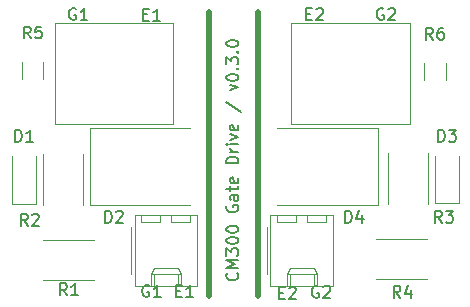
<source format=gbr>
G04 #@! TF.GenerationSoftware,KiCad,Pcbnew,7.0.8*
G04 #@! TF.CreationDate,2024-01-11T23:18:00-05:00*
G04 #@! TF.ProjectId,cm300-board,636d3330-302d-4626-9f61-72642e6b6963,rev?*
G04 #@! TF.SameCoordinates,Original*
G04 #@! TF.FileFunction,Legend,Top*
G04 #@! TF.FilePolarity,Positive*
%FSLAX46Y46*%
G04 Gerber Fmt 4.6, Leading zero omitted, Abs format (unit mm)*
G04 Created by KiCad (PCBNEW 7.0.8) date 2024-01-11 23:18:00*
%MOMM*%
%LPD*%
G01*
G04 APERTURE LIST*
%ADD10C,0.500000*%
%ADD11C,0.150000*%
%ADD12C,0.120000*%
G04 APERTURE END LIST*
D10*
X-988100000Y1058500000D02*
X-988100000Y1034500000D01*
X-983950000Y1058500000D02*
X-983950000Y1034500000D01*
D11*
X-982190475Y1034768990D02*
X-981857142Y1034768990D01*
X-981714285Y1034245180D02*
X-982190475Y1034245180D01*
X-982190475Y1034245180D02*
X-982190475Y1035245180D01*
X-982190475Y1035245180D02*
X-981714285Y1035245180D01*
X-981333332Y1035149942D02*
X-981285713Y1035197561D01*
X-981285713Y1035197561D02*
X-981190475Y1035245180D01*
X-981190475Y1035245180D02*
X-980952380Y1035245180D01*
X-980952380Y1035245180D02*
X-980857142Y1035197561D01*
X-980857142Y1035197561D02*
X-980809523Y1035149942D01*
X-980809523Y1035149942D02*
X-980761904Y1035054704D01*
X-980761904Y1035054704D02*
X-980761904Y1034959466D01*
X-980761904Y1034959466D02*
X-980809523Y1034816609D01*
X-980809523Y1034816609D02*
X-981380951Y1034245180D01*
X-981380951Y1034245180D02*
X-980761904Y1034245180D01*
X-985740419Y1036424380D02*
X-985692800Y1036376761D01*
X-985692800Y1036376761D02*
X-985645180Y1036233904D01*
X-985645180Y1036233904D02*
X-985645180Y1036138666D01*
X-985645180Y1036138666D02*
X-985692800Y1035995809D01*
X-985692800Y1035995809D02*
X-985788038Y1035900571D01*
X-985788038Y1035900571D02*
X-985883276Y1035852952D01*
X-985883276Y1035852952D02*
X-986073752Y1035805333D01*
X-986073752Y1035805333D02*
X-986216609Y1035805333D01*
X-986216609Y1035805333D02*
X-986407085Y1035852952D01*
X-986407085Y1035852952D02*
X-986502323Y1035900571D01*
X-986502323Y1035900571D02*
X-986597561Y1035995809D01*
X-986597561Y1035995809D02*
X-986645180Y1036138666D01*
X-986645180Y1036138666D02*
X-986645180Y1036233904D01*
X-986645180Y1036233904D02*
X-986597561Y1036376761D01*
X-986597561Y1036376761D02*
X-986549942Y1036424380D01*
X-985645180Y1036852952D02*
X-986645180Y1036852952D01*
X-986645180Y1036852952D02*
X-985930895Y1037186285D01*
X-985930895Y1037186285D02*
X-986645180Y1037519618D01*
X-986645180Y1037519618D02*
X-985645180Y1037519618D01*
X-986645180Y1037900571D02*
X-986645180Y1038519618D01*
X-986645180Y1038519618D02*
X-986264228Y1038186285D01*
X-986264228Y1038186285D02*
X-986264228Y1038329142D01*
X-986264228Y1038329142D02*
X-986216609Y1038424380D01*
X-986216609Y1038424380D02*
X-986168990Y1038471999D01*
X-986168990Y1038471999D02*
X-986073752Y1038519618D01*
X-986073752Y1038519618D02*
X-985835657Y1038519618D01*
X-985835657Y1038519618D02*
X-985740419Y1038471999D01*
X-985740419Y1038471999D02*
X-985692800Y1038424380D01*
X-985692800Y1038424380D02*
X-985645180Y1038329142D01*
X-985645180Y1038329142D02*
X-985645180Y1038043428D01*
X-985645180Y1038043428D02*
X-985692800Y1037948190D01*
X-985692800Y1037948190D02*
X-985740419Y1037900571D01*
X-986645180Y1039138666D02*
X-986645180Y1039233904D01*
X-986645180Y1039233904D02*
X-986597561Y1039329142D01*
X-986597561Y1039329142D02*
X-986549942Y1039376761D01*
X-986549942Y1039376761D02*
X-986454704Y1039424380D01*
X-986454704Y1039424380D02*
X-986264228Y1039471999D01*
X-986264228Y1039471999D02*
X-986026133Y1039471999D01*
X-986026133Y1039471999D02*
X-985835657Y1039424380D01*
X-985835657Y1039424380D02*
X-985740419Y1039376761D01*
X-985740419Y1039376761D02*
X-985692800Y1039329142D01*
X-985692800Y1039329142D02*
X-985645180Y1039233904D01*
X-985645180Y1039233904D02*
X-985645180Y1039138666D01*
X-985645180Y1039138666D02*
X-985692800Y1039043428D01*
X-985692800Y1039043428D02*
X-985740419Y1038995809D01*
X-985740419Y1038995809D02*
X-985835657Y1038948190D01*
X-985835657Y1038948190D02*
X-986026133Y1038900571D01*
X-986026133Y1038900571D02*
X-986264228Y1038900571D01*
X-986264228Y1038900571D02*
X-986454704Y1038948190D01*
X-986454704Y1038948190D02*
X-986549942Y1038995809D01*
X-986549942Y1038995809D02*
X-986597561Y1039043428D01*
X-986597561Y1039043428D02*
X-986645180Y1039138666D01*
X-986645180Y1040091047D02*
X-986645180Y1040186285D01*
X-986645180Y1040186285D02*
X-986597561Y1040281523D01*
X-986597561Y1040281523D02*
X-986549942Y1040329142D01*
X-986549942Y1040329142D02*
X-986454704Y1040376761D01*
X-986454704Y1040376761D02*
X-986264228Y1040424380D01*
X-986264228Y1040424380D02*
X-986026133Y1040424380D01*
X-986026133Y1040424380D02*
X-985835657Y1040376761D01*
X-985835657Y1040376761D02*
X-985740419Y1040329142D01*
X-985740419Y1040329142D02*
X-985692800Y1040281523D01*
X-985692800Y1040281523D02*
X-985645180Y1040186285D01*
X-985645180Y1040186285D02*
X-985645180Y1040091047D01*
X-985645180Y1040091047D02*
X-985692800Y1039995809D01*
X-985692800Y1039995809D02*
X-985740419Y1039948190D01*
X-985740419Y1039948190D02*
X-985835657Y1039900571D01*
X-985835657Y1039900571D02*
X-986026133Y1039852952D01*
X-986026133Y1039852952D02*
X-986264228Y1039852952D01*
X-986264228Y1039852952D02*
X-986454704Y1039900571D01*
X-986454704Y1039900571D02*
X-986549942Y1039948190D01*
X-986549942Y1039948190D02*
X-986597561Y1039995809D01*
X-986597561Y1039995809D02*
X-986645180Y1040091047D01*
X-986597561Y1042138666D02*
X-986645180Y1042043428D01*
X-986645180Y1042043428D02*
X-986645180Y1041900571D01*
X-986645180Y1041900571D02*
X-986597561Y1041757714D01*
X-986597561Y1041757714D02*
X-986502323Y1041662476D01*
X-986502323Y1041662476D02*
X-986407085Y1041614857D01*
X-986407085Y1041614857D02*
X-986216609Y1041567238D01*
X-986216609Y1041567238D02*
X-986073752Y1041567238D01*
X-986073752Y1041567238D02*
X-985883276Y1041614857D01*
X-985883276Y1041614857D02*
X-985788038Y1041662476D01*
X-985788038Y1041662476D02*
X-985692800Y1041757714D01*
X-985692800Y1041757714D02*
X-985645180Y1041900571D01*
X-985645180Y1041900571D02*
X-985645180Y1041995809D01*
X-985645180Y1041995809D02*
X-985692800Y1042138666D01*
X-985692800Y1042138666D02*
X-985740419Y1042186285D01*
X-985740419Y1042186285D02*
X-986073752Y1042186285D01*
X-986073752Y1042186285D02*
X-986073752Y1041995809D01*
X-985645180Y1043043428D02*
X-986168990Y1043043428D01*
X-986168990Y1043043428D02*
X-986264228Y1042995809D01*
X-986264228Y1042995809D02*
X-986311847Y1042900571D01*
X-986311847Y1042900571D02*
X-986311847Y1042710095D01*
X-986311847Y1042710095D02*
X-986264228Y1042614857D01*
X-985692800Y1043043428D02*
X-985645180Y1042948190D01*
X-985645180Y1042948190D02*
X-985645180Y1042710095D01*
X-985645180Y1042710095D02*
X-985692800Y1042614857D01*
X-985692800Y1042614857D02*
X-985788038Y1042567238D01*
X-985788038Y1042567238D02*
X-985883276Y1042567238D01*
X-985883276Y1042567238D02*
X-985978514Y1042614857D01*
X-985978514Y1042614857D02*
X-986026133Y1042710095D01*
X-986026133Y1042710095D02*
X-986026133Y1042948190D01*
X-986026133Y1042948190D02*
X-986073752Y1043043428D01*
X-986311847Y1043376762D02*
X-986311847Y1043757714D01*
X-986645180Y1043519619D02*
X-985788038Y1043519619D01*
X-985788038Y1043519619D02*
X-985692800Y1043567238D01*
X-985692800Y1043567238D02*
X-985645180Y1043662476D01*
X-985645180Y1043662476D02*
X-985645180Y1043757714D01*
X-985692800Y1044472000D02*
X-985645180Y1044376762D01*
X-985645180Y1044376762D02*
X-985645180Y1044186286D01*
X-985645180Y1044186286D02*
X-985692800Y1044091048D01*
X-985692800Y1044091048D02*
X-985788038Y1044043429D01*
X-985788038Y1044043429D02*
X-986168990Y1044043429D01*
X-986168990Y1044043429D02*
X-986264228Y1044091048D01*
X-986264228Y1044091048D02*
X-986311847Y1044186286D01*
X-986311847Y1044186286D02*
X-986311847Y1044376762D01*
X-986311847Y1044376762D02*
X-986264228Y1044472000D01*
X-986264228Y1044472000D02*
X-986168990Y1044519619D01*
X-986168990Y1044519619D02*
X-986073752Y1044519619D01*
X-986073752Y1044519619D02*
X-985978514Y1044043429D01*
X-985645180Y1045710096D02*
X-986645180Y1045710096D01*
X-986645180Y1045710096D02*
X-986645180Y1045948191D01*
X-986645180Y1045948191D02*
X-986597561Y1046091048D01*
X-986597561Y1046091048D02*
X-986502323Y1046186286D01*
X-986502323Y1046186286D02*
X-986407085Y1046233905D01*
X-986407085Y1046233905D02*
X-986216609Y1046281524D01*
X-986216609Y1046281524D02*
X-986073752Y1046281524D01*
X-986073752Y1046281524D02*
X-985883276Y1046233905D01*
X-985883276Y1046233905D02*
X-985788038Y1046186286D01*
X-985788038Y1046186286D02*
X-985692800Y1046091048D01*
X-985692800Y1046091048D02*
X-985645180Y1045948191D01*
X-985645180Y1045948191D02*
X-985645180Y1045710096D01*
X-985645180Y1046710096D02*
X-986311847Y1046710096D01*
X-986121371Y1046710096D02*
X-986216609Y1046757715D01*
X-986216609Y1046757715D02*
X-986264228Y1046805334D01*
X-986264228Y1046805334D02*
X-986311847Y1046900572D01*
X-986311847Y1046900572D02*
X-986311847Y1046995810D01*
X-985645180Y1047329144D02*
X-986311847Y1047329144D01*
X-986645180Y1047329144D02*
X-986597561Y1047281525D01*
X-986597561Y1047281525D02*
X-986549942Y1047329144D01*
X-986549942Y1047329144D02*
X-986597561Y1047376763D01*
X-986597561Y1047376763D02*
X-986645180Y1047329144D01*
X-986645180Y1047329144D02*
X-986549942Y1047329144D01*
X-986311847Y1047710096D02*
X-985645180Y1047948191D01*
X-985645180Y1047948191D02*
X-986311847Y1048186286D01*
X-985692800Y1048948191D02*
X-985645180Y1048852953D01*
X-985645180Y1048852953D02*
X-985645180Y1048662477D01*
X-985645180Y1048662477D02*
X-985692800Y1048567239D01*
X-985692800Y1048567239D02*
X-985788038Y1048519620D01*
X-985788038Y1048519620D02*
X-986168990Y1048519620D01*
X-986168990Y1048519620D02*
X-986264228Y1048567239D01*
X-986264228Y1048567239D02*
X-986311847Y1048662477D01*
X-986311847Y1048662477D02*
X-986311847Y1048852953D01*
X-986311847Y1048852953D02*
X-986264228Y1048948191D01*
X-986264228Y1048948191D02*
X-986168990Y1048995810D01*
X-986168990Y1048995810D02*
X-986073752Y1048995810D01*
X-986073752Y1048995810D02*
X-985978514Y1048519620D01*
X-986692800Y1050900572D02*
X-985407085Y1050043430D01*
X-986311847Y1051900573D02*
X-985645180Y1052138668D01*
X-985645180Y1052138668D02*
X-986311847Y1052376763D01*
X-986645180Y1052948192D02*
X-986645180Y1053043430D01*
X-986645180Y1053043430D02*
X-986597561Y1053138668D01*
X-986597561Y1053138668D02*
X-986549942Y1053186287D01*
X-986549942Y1053186287D02*
X-986454704Y1053233906D01*
X-986454704Y1053233906D02*
X-986264228Y1053281525D01*
X-986264228Y1053281525D02*
X-986026133Y1053281525D01*
X-986026133Y1053281525D02*
X-985835657Y1053233906D01*
X-985835657Y1053233906D02*
X-985740419Y1053186287D01*
X-985740419Y1053186287D02*
X-985692800Y1053138668D01*
X-985692800Y1053138668D02*
X-985645180Y1053043430D01*
X-985645180Y1053043430D02*
X-985645180Y1052948192D01*
X-985645180Y1052948192D02*
X-985692800Y1052852954D01*
X-985692800Y1052852954D02*
X-985740419Y1052805335D01*
X-985740419Y1052805335D02*
X-985835657Y1052757716D01*
X-985835657Y1052757716D02*
X-986026133Y1052710097D01*
X-986026133Y1052710097D02*
X-986264228Y1052710097D01*
X-986264228Y1052710097D02*
X-986454704Y1052757716D01*
X-986454704Y1052757716D02*
X-986549942Y1052805335D01*
X-986549942Y1052805335D02*
X-986597561Y1052852954D01*
X-986597561Y1052852954D02*
X-986645180Y1052948192D01*
X-985740419Y1053710097D02*
X-985692800Y1053757716D01*
X-985692800Y1053757716D02*
X-985645180Y1053710097D01*
X-985645180Y1053710097D02*
X-985692800Y1053662478D01*
X-985692800Y1053662478D02*
X-985740419Y1053710097D01*
X-985740419Y1053710097D02*
X-985645180Y1053710097D01*
X-986645180Y1054091049D02*
X-986645180Y1054710096D01*
X-986645180Y1054710096D02*
X-986264228Y1054376763D01*
X-986264228Y1054376763D02*
X-986264228Y1054519620D01*
X-986264228Y1054519620D02*
X-986216609Y1054614858D01*
X-986216609Y1054614858D02*
X-986168990Y1054662477D01*
X-986168990Y1054662477D02*
X-986073752Y1054710096D01*
X-986073752Y1054710096D02*
X-985835657Y1054710096D01*
X-985835657Y1054710096D02*
X-985740419Y1054662477D01*
X-985740419Y1054662477D02*
X-985692800Y1054614858D01*
X-985692800Y1054614858D02*
X-985645180Y1054519620D01*
X-985645180Y1054519620D02*
X-985645180Y1054233906D01*
X-985645180Y1054233906D02*
X-985692800Y1054138668D01*
X-985692800Y1054138668D02*
X-985740419Y1054091049D01*
X-985740419Y1055138668D02*
X-985692800Y1055186287D01*
X-985692800Y1055186287D02*
X-985645180Y1055138668D01*
X-985645180Y1055138668D02*
X-985692800Y1055091049D01*
X-985692800Y1055091049D02*
X-985740419Y1055138668D01*
X-985740419Y1055138668D02*
X-985645180Y1055138668D01*
X-986645180Y1055805334D02*
X-986645180Y1055900572D01*
X-986645180Y1055900572D02*
X-986597561Y1055995810D01*
X-986597561Y1055995810D02*
X-986549942Y1056043429D01*
X-986549942Y1056043429D02*
X-986454704Y1056091048D01*
X-986454704Y1056091048D02*
X-986264228Y1056138667D01*
X-986264228Y1056138667D02*
X-986026133Y1056138667D01*
X-986026133Y1056138667D02*
X-985835657Y1056091048D01*
X-985835657Y1056091048D02*
X-985740419Y1056043429D01*
X-985740419Y1056043429D02*
X-985692800Y1055995810D01*
X-985692800Y1055995810D02*
X-985645180Y1055900572D01*
X-985645180Y1055900572D02*
X-985645180Y1055805334D01*
X-985645180Y1055805334D02*
X-985692800Y1055710096D01*
X-985692800Y1055710096D02*
X-985740419Y1055662477D01*
X-985740419Y1055662477D02*
X-985835657Y1055614858D01*
X-985835657Y1055614858D02*
X-986026133Y1055567239D01*
X-986026133Y1055567239D02*
X-986264228Y1055567239D01*
X-986264228Y1055567239D02*
X-986454704Y1055614858D01*
X-986454704Y1055614858D02*
X-986549942Y1055662477D01*
X-986549942Y1055662477D02*
X-986597561Y1055710096D01*
X-986597561Y1055710096D02*
X-986645180Y1055805334D01*
X-978864285Y1035293561D02*
X-978959523Y1035341180D01*
X-978959523Y1035341180D02*
X-979102380Y1035341180D01*
X-979102380Y1035341180D02*
X-979245237Y1035293561D01*
X-979245237Y1035293561D02*
X-979340475Y1035198323D01*
X-979340475Y1035198323D02*
X-979388094Y1035103085D01*
X-979388094Y1035103085D02*
X-979435713Y1034912609D01*
X-979435713Y1034912609D02*
X-979435713Y1034769752D01*
X-979435713Y1034769752D02*
X-979388094Y1034579276D01*
X-979388094Y1034579276D02*
X-979340475Y1034484038D01*
X-979340475Y1034484038D02*
X-979245237Y1034388800D01*
X-979245237Y1034388800D02*
X-979102380Y1034341180D01*
X-979102380Y1034341180D02*
X-979007142Y1034341180D01*
X-979007142Y1034341180D02*
X-978864285Y1034388800D01*
X-978864285Y1034388800D02*
X-978816666Y1034436419D01*
X-978816666Y1034436419D02*
X-978816666Y1034769752D01*
X-978816666Y1034769752D02*
X-979007142Y1034769752D01*
X-978435713Y1035245942D02*
X-978388094Y1035293561D01*
X-978388094Y1035293561D02*
X-978292856Y1035341180D01*
X-978292856Y1035341180D02*
X-978054761Y1035341180D01*
X-978054761Y1035341180D02*
X-977959523Y1035293561D01*
X-977959523Y1035293561D02*
X-977911904Y1035245942D01*
X-977911904Y1035245942D02*
X-977864285Y1035150704D01*
X-977864285Y1035150704D02*
X-977864285Y1035055466D01*
X-977864285Y1035055466D02*
X-977911904Y1034912609D01*
X-977911904Y1034912609D02*
X-978483332Y1034341180D01*
X-978483332Y1034341180D02*
X-977864285Y1034341180D01*
X-993214285Y1035347561D02*
X-993309523Y1035395180D01*
X-993309523Y1035395180D02*
X-993452380Y1035395180D01*
X-993452380Y1035395180D02*
X-993595237Y1035347561D01*
X-993595237Y1035347561D02*
X-993690475Y1035252323D01*
X-993690475Y1035252323D02*
X-993738094Y1035157085D01*
X-993738094Y1035157085D02*
X-993785713Y1034966609D01*
X-993785713Y1034966609D02*
X-993785713Y1034823752D01*
X-993785713Y1034823752D02*
X-993738094Y1034633276D01*
X-993738094Y1034633276D02*
X-993690475Y1034538038D01*
X-993690475Y1034538038D02*
X-993595237Y1034442800D01*
X-993595237Y1034442800D02*
X-993452380Y1034395180D01*
X-993452380Y1034395180D02*
X-993357142Y1034395180D01*
X-993357142Y1034395180D02*
X-993214285Y1034442800D01*
X-993214285Y1034442800D02*
X-993166666Y1034490419D01*
X-993166666Y1034490419D02*
X-993166666Y1034823752D01*
X-993166666Y1034823752D02*
X-993357142Y1034823752D01*
X-992214285Y1034395180D02*
X-992785713Y1034395180D01*
X-992499999Y1034395180D02*
X-992499999Y1035395180D01*
X-992499999Y1035395180D02*
X-992595237Y1035252323D01*
X-992595237Y1035252323D02*
X-992690475Y1035157085D01*
X-992690475Y1035157085D02*
X-992785713Y1035109466D01*
X-990890475Y1034918990D02*
X-990557142Y1034918990D01*
X-990414285Y1034395180D02*
X-990890475Y1034395180D01*
X-990890475Y1034395180D02*
X-990890475Y1035395180D01*
X-990890475Y1035395180D02*
X-990414285Y1035395180D01*
X-989461904Y1034395180D02*
X-990033332Y1034395180D01*
X-989747618Y1034395180D02*
X-989747618Y1035395180D01*
X-989747618Y1035395180D02*
X-989842856Y1035252323D01*
X-989842856Y1035252323D02*
X-989938094Y1035157085D01*
X-989938094Y1035157085D02*
X-990033332Y1035109466D01*
X-1004546094Y1047549180D02*
X-1004546094Y1048549180D01*
X-1004546094Y1048549180D02*
X-1004307999Y1048549180D01*
X-1004307999Y1048549180D02*
X-1004165142Y1048501561D01*
X-1004165142Y1048501561D02*
X-1004069904Y1048406323D01*
X-1004069904Y1048406323D02*
X-1004022285Y1048311085D01*
X-1004022285Y1048311085D02*
X-1003974666Y1048120609D01*
X-1003974666Y1048120609D02*
X-1003974666Y1047977752D01*
X-1003974666Y1047977752D02*
X-1004022285Y1047787276D01*
X-1004022285Y1047787276D02*
X-1004069904Y1047692038D01*
X-1004069904Y1047692038D02*
X-1004165142Y1047596800D01*
X-1004165142Y1047596800D02*
X-1004307999Y1047549180D01*
X-1004307999Y1047549180D02*
X-1004546094Y1047549180D01*
X-1003022285Y1047549180D02*
X-1003593713Y1047549180D01*
X-1003307999Y1047549180D02*
X-1003307999Y1048549180D01*
X-1003307999Y1048549180D02*
X-1003403237Y1048406323D01*
X-1003403237Y1048406323D02*
X-1003498475Y1048311085D01*
X-1003498475Y1048311085D02*
X-1003593713Y1048263466D01*
X-996926094Y1040691180D02*
X-996926094Y1041691180D01*
X-996926094Y1041691180D02*
X-996687999Y1041691180D01*
X-996687999Y1041691180D02*
X-996545142Y1041643561D01*
X-996545142Y1041643561D02*
X-996449904Y1041548323D01*
X-996449904Y1041548323D02*
X-996402285Y1041453085D01*
X-996402285Y1041453085D02*
X-996354666Y1041262609D01*
X-996354666Y1041262609D02*
X-996354666Y1041119752D01*
X-996354666Y1041119752D02*
X-996402285Y1040929276D01*
X-996402285Y1040929276D02*
X-996449904Y1040834038D01*
X-996449904Y1040834038D02*
X-996545142Y1040738800D01*
X-996545142Y1040738800D02*
X-996687999Y1040691180D01*
X-996687999Y1040691180D02*
X-996926094Y1040691180D01*
X-995973713Y1041595942D02*
X-995926094Y1041643561D01*
X-995926094Y1041643561D02*
X-995830856Y1041691180D01*
X-995830856Y1041691180D02*
X-995592761Y1041691180D01*
X-995592761Y1041691180D02*
X-995497523Y1041643561D01*
X-995497523Y1041643561D02*
X-995449904Y1041595942D01*
X-995449904Y1041595942D02*
X-995402285Y1041500704D01*
X-995402285Y1041500704D02*
X-995402285Y1041405466D01*
X-995402285Y1041405466D02*
X-995449904Y1041262609D01*
X-995449904Y1041262609D02*
X-996021332Y1040691180D01*
X-996021332Y1040691180D02*
X-995402285Y1040691180D01*
X-1000164666Y1034545180D02*
X-1000497999Y1035021371D01*
X-1000736094Y1034545180D02*
X-1000736094Y1035545180D01*
X-1000736094Y1035545180D02*
X-1000355142Y1035545180D01*
X-1000355142Y1035545180D02*
X-1000259904Y1035497561D01*
X-1000259904Y1035497561D02*
X-1000212285Y1035449942D01*
X-1000212285Y1035449942D02*
X-1000164666Y1035354704D01*
X-1000164666Y1035354704D02*
X-1000164666Y1035211847D01*
X-1000164666Y1035211847D02*
X-1000212285Y1035116609D01*
X-1000212285Y1035116609D02*
X-1000259904Y1035068990D01*
X-1000259904Y1035068990D02*
X-1000355142Y1035021371D01*
X-1000355142Y1035021371D02*
X-1000736094Y1035021371D01*
X-999212285Y1034545180D02*
X-999783713Y1034545180D01*
X-999497999Y1034545180D02*
X-999497999Y1035545180D01*
X-999497999Y1035545180D02*
X-999593237Y1035402323D01*
X-999593237Y1035402323D02*
X-999688475Y1035307085D01*
X-999688475Y1035307085D02*
X-999783713Y1035259466D01*
X-1003466666Y1040437180D02*
X-1003799999Y1040913371D01*
X-1004038094Y1040437180D02*
X-1004038094Y1041437180D01*
X-1004038094Y1041437180D02*
X-1003657142Y1041437180D01*
X-1003657142Y1041437180D02*
X-1003561904Y1041389561D01*
X-1003561904Y1041389561D02*
X-1003514285Y1041341942D01*
X-1003514285Y1041341942D02*
X-1003466666Y1041246704D01*
X-1003466666Y1041246704D02*
X-1003466666Y1041103847D01*
X-1003466666Y1041103847D02*
X-1003514285Y1041008609D01*
X-1003514285Y1041008609D02*
X-1003561904Y1040960990D01*
X-1003561904Y1040960990D02*
X-1003657142Y1040913371D01*
X-1003657142Y1040913371D02*
X-1004038094Y1040913371D01*
X-1003085713Y1041341942D02*
X-1003038094Y1041389561D01*
X-1003038094Y1041389561D02*
X-1002942856Y1041437180D01*
X-1002942856Y1041437180D02*
X-1002704761Y1041437180D01*
X-1002704761Y1041437180D02*
X-1002609523Y1041389561D01*
X-1002609523Y1041389561D02*
X-1002561904Y1041341942D01*
X-1002561904Y1041341942D02*
X-1002514285Y1041246704D01*
X-1002514285Y1041246704D02*
X-1002514285Y1041151466D01*
X-1002514285Y1041151466D02*
X-1002561904Y1041008609D01*
X-1002561904Y1041008609D02*
X-1003133332Y1040437180D01*
X-1003133332Y1040437180D02*
X-1002514285Y1040437180D01*
X-968732094Y1047549180D02*
X-968732094Y1048549180D01*
X-968732094Y1048549180D02*
X-968493999Y1048549180D01*
X-968493999Y1048549180D02*
X-968351142Y1048501561D01*
X-968351142Y1048501561D02*
X-968255904Y1048406323D01*
X-968255904Y1048406323D02*
X-968208285Y1048311085D01*
X-968208285Y1048311085D02*
X-968160666Y1048120609D01*
X-968160666Y1048120609D02*
X-968160666Y1047977752D01*
X-968160666Y1047977752D02*
X-968208285Y1047787276D01*
X-968208285Y1047787276D02*
X-968255904Y1047692038D01*
X-968255904Y1047692038D02*
X-968351142Y1047596800D01*
X-968351142Y1047596800D02*
X-968493999Y1047549180D01*
X-968493999Y1047549180D02*
X-968732094Y1047549180D01*
X-967827332Y1048549180D02*
X-967208285Y1048549180D01*
X-967208285Y1048549180D02*
X-967541618Y1048168228D01*
X-967541618Y1048168228D02*
X-967398761Y1048168228D01*
X-967398761Y1048168228D02*
X-967303523Y1048120609D01*
X-967303523Y1048120609D02*
X-967255904Y1048072990D01*
X-967255904Y1048072990D02*
X-967208285Y1047977752D01*
X-967208285Y1047977752D02*
X-967208285Y1047739657D01*
X-967208285Y1047739657D02*
X-967255904Y1047644419D01*
X-967255904Y1047644419D02*
X-967303523Y1047596800D01*
X-967303523Y1047596800D02*
X-967398761Y1047549180D01*
X-967398761Y1047549180D02*
X-967684475Y1047549180D01*
X-967684475Y1047549180D02*
X-967779713Y1047596800D01*
X-967779713Y1047596800D02*
X-967827332Y1047644419D01*
X-976606094Y1040691180D02*
X-976606094Y1041691180D01*
X-976606094Y1041691180D02*
X-976367999Y1041691180D01*
X-976367999Y1041691180D02*
X-976225142Y1041643561D01*
X-976225142Y1041643561D02*
X-976129904Y1041548323D01*
X-976129904Y1041548323D02*
X-976082285Y1041453085D01*
X-976082285Y1041453085D02*
X-976034666Y1041262609D01*
X-976034666Y1041262609D02*
X-976034666Y1041119752D01*
X-976034666Y1041119752D02*
X-976082285Y1040929276D01*
X-976082285Y1040929276D02*
X-976129904Y1040834038D01*
X-976129904Y1040834038D02*
X-976225142Y1040738800D01*
X-976225142Y1040738800D02*
X-976367999Y1040691180D01*
X-976367999Y1040691180D02*
X-976606094Y1040691180D01*
X-975177523Y1041357847D02*
X-975177523Y1040691180D01*
X-975415618Y1041738800D02*
X-975653713Y1041024514D01*
X-975653713Y1041024514D02*
X-975034666Y1041024514D01*
X-973364285Y1058797561D02*
X-973459523Y1058845180D01*
X-973459523Y1058845180D02*
X-973602380Y1058845180D01*
X-973602380Y1058845180D02*
X-973745237Y1058797561D01*
X-973745237Y1058797561D02*
X-973840475Y1058702323D01*
X-973840475Y1058702323D02*
X-973888094Y1058607085D01*
X-973888094Y1058607085D02*
X-973935713Y1058416609D01*
X-973935713Y1058416609D02*
X-973935713Y1058273752D01*
X-973935713Y1058273752D02*
X-973888094Y1058083276D01*
X-973888094Y1058083276D02*
X-973840475Y1057988038D01*
X-973840475Y1057988038D02*
X-973745237Y1057892800D01*
X-973745237Y1057892800D02*
X-973602380Y1057845180D01*
X-973602380Y1057845180D02*
X-973507142Y1057845180D01*
X-973507142Y1057845180D02*
X-973364285Y1057892800D01*
X-973364285Y1057892800D02*
X-973316666Y1057940419D01*
X-973316666Y1057940419D02*
X-973316666Y1058273752D01*
X-973316666Y1058273752D02*
X-973507142Y1058273752D01*
X-972935713Y1058749942D02*
X-972888094Y1058797561D01*
X-972888094Y1058797561D02*
X-972792856Y1058845180D01*
X-972792856Y1058845180D02*
X-972554761Y1058845180D01*
X-972554761Y1058845180D02*
X-972459523Y1058797561D01*
X-972459523Y1058797561D02*
X-972411904Y1058749942D01*
X-972411904Y1058749942D02*
X-972364285Y1058654704D01*
X-972364285Y1058654704D02*
X-972364285Y1058559466D01*
X-972364285Y1058559466D02*
X-972411904Y1058416609D01*
X-972411904Y1058416609D02*
X-972983332Y1057845180D01*
X-972983332Y1057845180D02*
X-972364285Y1057845180D01*
X-999414285Y1058797561D02*
X-999509523Y1058845180D01*
X-999509523Y1058845180D02*
X-999652380Y1058845180D01*
X-999652380Y1058845180D02*
X-999795237Y1058797561D01*
X-999795237Y1058797561D02*
X-999890475Y1058702323D01*
X-999890475Y1058702323D02*
X-999938094Y1058607085D01*
X-999938094Y1058607085D02*
X-999985713Y1058416609D01*
X-999985713Y1058416609D02*
X-999985713Y1058273752D01*
X-999985713Y1058273752D02*
X-999938094Y1058083276D01*
X-999938094Y1058083276D02*
X-999890475Y1057988038D01*
X-999890475Y1057988038D02*
X-999795237Y1057892800D01*
X-999795237Y1057892800D02*
X-999652380Y1057845180D01*
X-999652380Y1057845180D02*
X-999557142Y1057845180D01*
X-999557142Y1057845180D02*
X-999414285Y1057892800D01*
X-999414285Y1057892800D02*
X-999366666Y1057940419D01*
X-999366666Y1057940419D02*
X-999366666Y1058273752D01*
X-999366666Y1058273752D02*
X-999557142Y1058273752D01*
X-998414285Y1057845180D02*
X-998985713Y1057845180D01*
X-998699999Y1057845180D02*
X-998699999Y1058845180D01*
X-998699999Y1058845180D02*
X-998795237Y1058702323D01*
X-998795237Y1058702323D02*
X-998890475Y1058607085D01*
X-998890475Y1058607085D02*
X-998985713Y1058559466D01*
X-979890475Y1058368990D02*
X-979557142Y1058368990D01*
X-979414285Y1057845180D02*
X-979890475Y1057845180D01*
X-979890475Y1057845180D02*
X-979890475Y1058845180D01*
X-979890475Y1058845180D02*
X-979414285Y1058845180D01*
X-979033332Y1058749942D02*
X-978985713Y1058797561D01*
X-978985713Y1058797561D02*
X-978890475Y1058845180D01*
X-978890475Y1058845180D02*
X-978652380Y1058845180D01*
X-978652380Y1058845180D02*
X-978557142Y1058797561D01*
X-978557142Y1058797561D02*
X-978509523Y1058749942D01*
X-978509523Y1058749942D02*
X-978461904Y1058654704D01*
X-978461904Y1058654704D02*
X-978461904Y1058559466D01*
X-978461904Y1058559466D02*
X-978509523Y1058416609D01*
X-978509523Y1058416609D02*
X-979080951Y1057845180D01*
X-979080951Y1057845180D02*
X-978461904Y1057845180D01*
X-993690475Y1058318990D02*
X-993357142Y1058318990D01*
X-993214285Y1057795180D02*
X-993690475Y1057795180D01*
X-993690475Y1057795180D02*
X-993690475Y1058795180D01*
X-993690475Y1058795180D02*
X-993214285Y1058795180D01*
X-992261904Y1057795180D02*
X-992833332Y1057795180D01*
X-992547618Y1057795180D02*
X-992547618Y1058795180D01*
X-992547618Y1058795180D02*
X-992642856Y1058652323D01*
X-992642856Y1058652323D02*
X-992738094Y1058557085D01*
X-992738094Y1058557085D02*
X-992833332Y1058509466D01*
X-968414666Y1040691180D02*
X-968747999Y1041167371D01*
X-968986094Y1040691180D02*
X-968986094Y1041691180D01*
X-968986094Y1041691180D02*
X-968605142Y1041691180D01*
X-968605142Y1041691180D02*
X-968509904Y1041643561D01*
X-968509904Y1041643561D02*
X-968462285Y1041595942D01*
X-968462285Y1041595942D02*
X-968414666Y1041500704D01*
X-968414666Y1041500704D02*
X-968414666Y1041357847D01*
X-968414666Y1041357847D02*
X-968462285Y1041262609D01*
X-968462285Y1041262609D02*
X-968509904Y1041214990D01*
X-968509904Y1041214990D02*
X-968605142Y1041167371D01*
X-968605142Y1041167371D02*
X-968986094Y1041167371D01*
X-968081332Y1041691180D02*
X-967462285Y1041691180D01*
X-967462285Y1041691180D02*
X-967795618Y1041310228D01*
X-967795618Y1041310228D02*
X-967652761Y1041310228D01*
X-967652761Y1041310228D02*
X-967557523Y1041262609D01*
X-967557523Y1041262609D02*
X-967509904Y1041214990D01*
X-967509904Y1041214990D02*
X-967462285Y1041119752D01*
X-967462285Y1041119752D02*
X-967462285Y1040881657D01*
X-967462285Y1040881657D02*
X-967509904Y1040786419D01*
X-967509904Y1040786419D02*
X-967557523Y1040738800D01*
X-967557523Y1040738800D02*
X-967652761Y1040691180D01*
X-967652761Y1040691180D02*
X-967938475Y1040691180D01*
X-967938475Y1040691180D02*
X-968033713Y1040738800D01*
X-968033713Y1040738800D02*
X-968081332Y1040786419D01*
X-971916666Y1034355180D02*
X-972249999Y1034831371D01*
X-972488094Y1034355180D02*
X-972488094Y1035355180D01*
X-972488094Y1035355180D02*
X-972107142Y1035355180D01*
X-972107142Y1035355180D02*
X-972011904Y1035307561D01*
X-972011904Y1035307561D02*
X-971964285Y1035259942D01*
X-971964285Y1035259942D02*
X-971916666Y1035164704D01*
X-971916666Y1035164704D02*
X-971916666Y1035021847D01*
X-971916666Y1035021847D02*
X-971964285Y1034926609D01*
X-971964285Y1034926609D02*
X-972011904Y1034878990D01*
X-972011904Y1034878990D02*
X-972107142Y1034831371D01*
X-972107142Y1034831371D02*
X-972488094Y1034831371D01*
X-971059523Y1035021847D02*
X-971059523Y1034355180D01*
X-971297618Y1035402800D02*
X-971535713Y1034688514D01*
X-971535713Y1034688514D02*
X-970916666Y1034688514D01*
X-969166666Y1056195180D02*
X-969499999Y1056671371D01*
X-969738094Y1056195180D02*
X-969738094Y1057195180D01*
X-969738094Y1057195180D02*
X-969357142Y1057195180D01*
X-969357142Y1057195180D02*
X-969261904Y1057147561D01*
X-969261904Y1057147561D02*
X-969214285Y1057099942D01*
X-969214285Y1057099942D02*
X-969166666Y1057004704D01*
X-969166666Y1057004704D02*
X-969166666Y1056861847D01*
X-969166666Y1056861847D02*
X-969214285Y1056766609D01*
X-969214285Y1056766609D02*
X-969261904Y1056718990D01*
X-969261904Y1056718990D02*
X-969357142Y1056671371D01*
X-969357142Y1056671371D02*
X-969738094Y1056671371D01*
X-968309523Y1057195180D02*
X-968499999Y1057195180D01*
X-968499999Y1057195180D02*
X-968595237Y1057147561D01*
X-968595237Y1057147561D02*
X-968642856Y1057099942D01*
X-968642856Y1057099942D02*
X-968738094Y1056957085D01*
X-968738094Y1056957085D02*
X-968785713Y1056766609D01*
X-968785713Y1056766609D02*
X-968785713Y1056385657D01*
X-968785713Y1056385657D02*
X-968738094Y1056290419D01*
X-968738094Y1056290419D02*
X-968690475Y1056242800D01*
X-968690475Y1056242800D02*
X-968595237Y1056195180D01*
X-968595237Y1056195180D02*
X-968404761Y1056195180D01*
X-968404761Y1056195180D02*
X-968309523Y1056242800D01*
X-968309523Y1056242800D02*
X-968261904Y1056290419D01*
X-968261904Y1056290419D02*
X-968214285Y1056385657D01*
X-968214285Y1056385657D02*
X-968214285Y1056623752D01*
X-968214285Y1056623752D02*
X-968261904Y1056718990D01*
X-968261904Y1056718990D02*
X-968309523Y1056766609D01*
X-968309523Y1056766609D02*
X-968404761Y1056814228D01*
X-968404761Y1056814228D02*
X-968595237Y1056814228D01*
X-968595237Y1056814228D02*
X-968690475Y1056766609D01*
X-968690475Y1056766609D02*
X-968738094Y1056718990D01*
X-968738094Y1056718990D02*
X-968785713Y1056623752D01*
X-1003216666Y1056295180D02*
X-1003549999Y1056771371D01*
X-1003788094Y1056295180D02*
X-1003788094Y1057295180D01*
X-1003788094Y1057295180D02*
X-1003407142Y1057295180D01*
X-1003407142Y1057295180D02*
X-1003311904Y1057247561D01*
X-1003311904Y1057247561D02*
X-1003264285Y1057199942D01*
X-1003264285Y1057199942D02*
X-1003216666Y1057104704D01*
X-1003216666Y1057104704D02*
X-1003216666Y1056961847D01*
X-1003216666Y1056961847D02*
X-1003264285Y1056866609D01*
X-1003264285Y1056866609D02*
X-1003311904Y1056818990D01*
X-1003311904Y1056818990D02*
X-1003407142Y1056771371D01*
X-1003407142Y1056771371D02*
X-1003788094Y1056771371D01*
X-1002311904Y1057295180D02*
X-1002788094Y1057295180D01*
X-1002788094Y1057295180D02*
X-1002835713Y1056818990D01*
X-1002835713Y1056818990D02*
X-1002788094Y1056866609D01*
X-1002788094Y1056866609D02*
X-1002692856Y1056914228D01*
X-1002692856Y1056914228D02*
X-1002454761Y1056914228D01*
X-1002454761Y1056914228D02*
X-1002359523Y1056866609D01*
X-1002359523Y1056866609D02*
X-1002311904Y1056818990D01*
X-1002311904Y1056818990D02*
X-1002264285Y1056723752D01*
X-1002264285Y1056723752D02*
X-1002264285Y1056485657D01*
X-1002264285Y1056485657D02*
X-1002311904Y1056390419D01*
X-1002311904Y1056390419D02*
X-1002359523Y1056342800D01*
X-1002359523Y1056342800D02*
X-1002454761Y1056295180D01*
X-1002454761Y1056295180D02*
X-1002692856Y1056295180D01*
X-1002692856Y1056295180D02*
X-1002788094Y1056342800D01*
X-1002788094Y1056342800D02*
X-1002835713Y1056390419D01*
D12*
X-1004808000Y1042290000D02*
X-1002808000Y1042290000D01*
X-1004808000Y1042290000D02*
X-1004808000Y1046300000D01*
X-1002808000Y1042290000D02*
X-1002808000Y1046300000D01*
X-998210000Y1048714000D02*
X-989700000Y1048714000D01*
X-998210000Y1042214000D02*
X-998210000Y1048714000D01*
X-998210000Y1042214000D02*
X-989700000Y1042214000D01*
X-994710000Y1040332000D02*
X-994710000Y1036332000D01*
X-994420000Y1041362000D02*
X-994420000Y1035342000D01*
X-994420000Y1035342000D02*
X-989120000Y1035342000D01*
X-993840000Y1041362000D02*
X-993840000Y1040762000D01*
X-993840000Y1040762000D02*
X-992240000Y1040762000D01*
X-993040000Y1036342000D02*
X-992790000Y1036872000D01*
X-993040000Y1036342000D02*
X-990500000Y1036342000D01*
X-993040000Y1035342000D02*
X-993040000Y1036342000D01*
X-992790000Y1036872000D02*
X-990750000Y1036872000D01*
X-992790000Y1035342000D02*
X-992790000Y1036342000D01*
X-992240000Y1040762000D02*
X-992240000Y1041362000D01*
X-991300000Y1041362000D02*
X-991300000Y1040762000D01*
X-991300000Y1040762000D02*
X-989700000Y1040762000D01*
X-990750000Y1036872000D02*
X-990500000Y1036342000D01*
X-990750000Y1035342000D02*
X-990750000Y1036342000D01*
X-990500000Y1036342000D02*
X-990500000Y1035342000D01*
X-989700000Y1040762000D02*
X-989700000Y1041362000D01*
X-989120000Y1041362000D02*
X-994420000Y1041362000D01*
X-989120000Y1035342000D02*
X-989120000Y1041362000D01*
X-1002175064Y1039260000D02*
X-997820936Y1039260000D01*
X-1002175064Y1035840000D02*
X-997820936Y1035840000D01*
X-998796000Y1046527064D02*
X-998796000Y1042172936D01*
X-1002216000Y1046527064D02*
X-1002216000Y1042172936D01*
X-968994000Y1042345000D02*
X-966994000Y1042345000D01*
X-968994000Y1042345000D02*
X-968994000Y1046355000D01*
X-966994000Y1042345000D02*
X-966994000Y1046355000D01*
X-973840000Y1042214000D02*
X-982350000Y1042214000D01*
X-973840000Y1048714000D02*
X-973840000Y1042214000D01*
X-973840000Y1048714000D02*
X-982350000Y1048714000D01*
X-1001140000Y1057560000D02*
X-1001140000Y1049060000D01*
X-1001140000Y1057560000D02*
X-991140000Y1057560000D01*
X-1001140000Y1049060000D02*
X-991140000Y1049060000D01*
X-991140000Y1057560000D02*
X-991140000Y1049060000D01*
X-981140000Y1057560000D02*
X-981140000Y1049060000D01*
X-981140000Y1057560000D02*
X-971140000Y1057560000D01*
X-981140000Y1049060000D02*
X-971140000Y1049060000D01*
X-971140000Y1049060000D02*
X-971140000Y1057560000D01*
X-969586000Y1046627064D02*
X-969586000Y1042272936D01*
X-973006000Y1046627064D02*
X-973006000Y1042272936D01*
X-969622936Y1035890000D02*
X-973977064Y1035890000D01*
X-969622936Y1039310000D02*
X-973977064Y1039310000D01*
X-983210000Y1040332000D02*
X-983210000Y1036332000D01*
X-982920000Y1041362000D02*
X-982920000Y1035342000D01*
X-982920000Y1035342000D02*
X-977620000Y1035342000D01*
X-982340000Y1041362000D02*
X-982340000Y1040762000D01*
X-982340000Y1040762000D02*
X-980740000Y1040762000D01*
X-981540000Y1036342000D02*
X-981290000Y1036872000D01*
X-981540000Y1036342000D02*
X-979000000Y1036342000D01*
X-981540000Y1035342000D02*
X-981540000Y1036342000D01*
X-981290000Y1036872000D02*
X-979250000Y1036872000D01*
X-981290000Y1035342000D02*
X-981290000Y1036342000D01*
X-980740000Y1040762000D02*
X-980740000Y1041362000D01*
X-979800000Y1041362000D02*
X-979800000Y1040762000D01*
X-979800000Y1040762000D02*
X-978200000Y1040762000D01*
X-979250000Y1036872000D02*
X-979000000Y1036342000D01*
X-979250000Y1035342000D02*
X-979250000Y1036342000D01*
X-979000000Y1036342000D02*
X-979000000Y1035342000D01*
X-978200000Y1040762000D02*
X-978200000Y1041362000D01*
X-977620000Y1041362000D02*
X-982920000Y1041362000D01*
X-977620000Y1035342000D02*
X-977620000Y1041362000D01*
X-968090000Y1054227064D02*
X-968090000Y1052772936D01*
X-969910000Y1054227064D02*
X-969910000Y1052772936D01*
X-1003960000Y1052822936D02*
X-1003960000Y1054277064D01*
X-1002140000Y1052822936D02*
X-1002140000Y1054277064D01*
M02*

</source>
